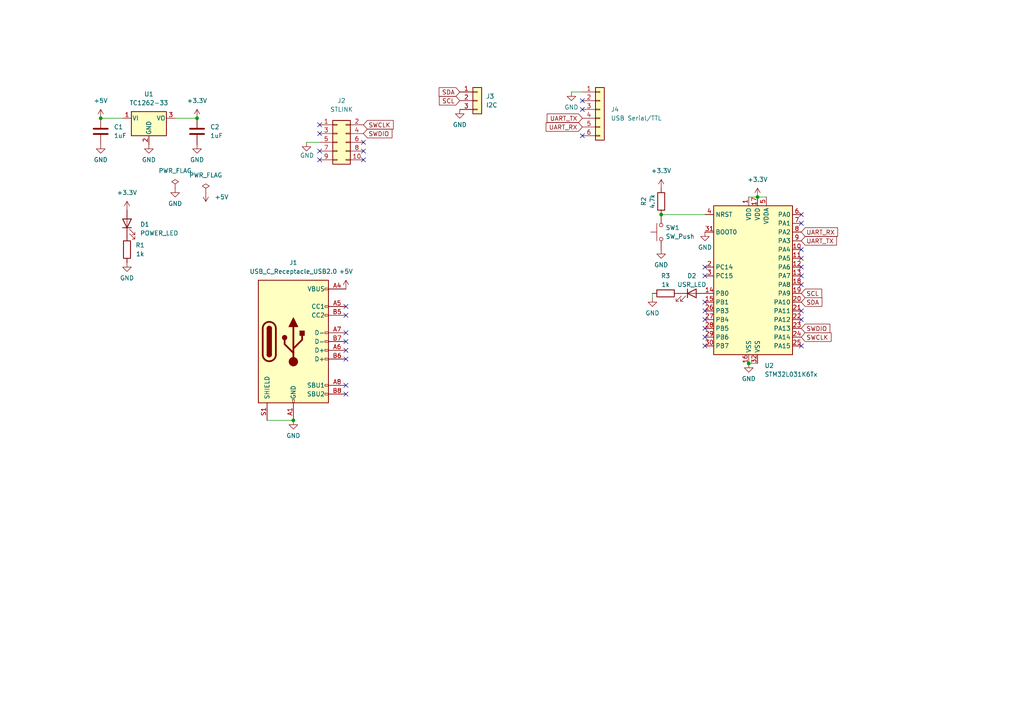
<source format=kicad_sch>
(kicad_sch (version 20211123) (generator eeschema)
  (paper "A4")
  (lib_symbols
    (symbol "Connector:USB_C_Receptacle_USB2.0" (pin_names (offset 1.016))
      (property "Reference" "J" (at -10.16 19.05 0))
      (property "Value" "USB_C_Receptacle_USB2.0" (at 19.05 19.05 0))
      (symbol "USB_C_Receptacle_USB2.0_0_0"
        (rectangle (start -0.254 -17.78) (end 0.254 -16.764))
        (rectangle (start 10.16 -14.986) (end 9.144 -15.494))
        (rectangle (start 10.16 -12.446) (end 9.144 -12.954))
        (rectangle (start 10.16 -4.826) (end 9.144 -5.334))
        (rectangle (start 10.16 -2.286) (end 9.144 -2.794))
        (rectangle (start 10.16 0.254) (end 9.144 -0.254))
        (rectangle (start 10.16 2.794) (end 9.144 2.286))
        (rectangle (start 10.16 7.874) (end 9.144 7.366))
        (rectangle (start 10.16 10.414) (end 9.144 9.906))
        (rectangle (start 10.16 15.494) (end 9.144 14.986))
      )
      (symbol "USB_C_Receptacle_USB2.0_0_1"
        (rectangle (start -10.16 17.78) (end 10.16 -17.78) (stroke (width 0.254)) (fill (type background)))
        (arc (start -8.89 -3.81) (mid -6.985 -5.715) (end -5.08 -3.81) (stroke (width 0.508)))
        (arc (start -7.62 -3.81) (mid -6.985 -4.445) (end -6.35 -3.81) (stroke (width 0.254)))
        (arc (start -7.62 -3.81) (mid -6.985 -4.445) (end -6.35 -3.81) (stroke (width 0.254)) (fill (type outline)))
        (rectangle (start -7.62 -3.81) (end -6.35 3.81) (stroke (width 0.254)) (fill (type outline)))
        (arc (start -6.35 3.81) (mid -6.985 4.445) (end -7.62 3.81) (stroke (width 0.254)))
        (arc (start -6.35 3.81) (mid -6.985 4.445) (end -7.62 3.81) (stroke (width 0.254)) (fill (type outline)))
        (arc (start -5.08 3.81) (mid -6.985 5.715) (end -8.89 3.81) (stroke (width 0.508)))
        (circle (center -2.54 1.143) (radius 0.635) (stroke (width 0.254)) (fill (type outline)))
        (circle (center 0 -5.842) (radius 1.27) (fill (type outline)))
        (polyline (pts (xy -8.89 -3.81) (xy -8.89 3.81)) (stroke (width 0.508)))
        (polyline (pts (xy -5.08 3.81) (xy -5.08 -3.81)) (stroke (width 0.508)))
        (polyline (pts (xy 0 -5.842) (xy 0 4.318)) (stroke (width 0.508)))
        (polyline (pts (xy 0 -3.302) (xy -2.54 -0.762) (xy -2.54 0.508)) (stroke (width 0.508)))
        (polyline (pts (xy 0 -2.032) (xy 2.54 0.508) (xy 2.54 1.778)) (stroke (width 0.508)))
        (polyline (pts (xy -1.27 4.318) (xy 0 6.858) (xy 1.27 4.318) (xy -1.27 4.318)) (stroke (width 0.254)) (fill (type outline)))
        (rectangle (start 1.905 1.778) (end 3.175 3.048) (stroke (width 0.254)) (fill (type outline)))
      )
      (symbol "USB_C_Receptacle_USB2.0_1_1"
        (pin passive line (at 0 -22.86 90) (length 5.08) (name "GND") (number "A1"))
        (pin passive line (at 0 -22.86 90) (length 5.08) hide (name "GND") (number "A12"))
        (pin passive line (at 15.24 15.24 180) (length 5.08) (name "VBUS") (number "A4"))
        (pin bidirectional line (at 15.24 10.16 180) (length 5.08) (name "CC1") (number "A5"))
        (pin bidirectional line (at 15.24 -2.54 180) (length 5.08) (name "D+") (number "A6"))
        (pin bidirectional line (at 15.24 2.54 180) (length 5.08) (name "D-") (number "A7"))
        (pin bidirectional line (at 15.24 -12.7 180) (length 5.08) (name "SBU1") (number "A8"))
        (pin passive line (at 15.24 15.24 180) (length 5.08) hide (name "VBUS") (number "A9"))
        (pin passive line (at 0 -22.86 90) (length 5.08) hide (name "GND") (number "B1"))
        (pin passive line (at 0 -22.86 90) (length 5.08) hide (name "GND") (number "B12"))
        (pin passive line (at 15.24 15.24 180) (length 5.08) hide (name "VBUS") (number "B4"))
        (pin bidirectional line (at 15.24 7.62 180) (length 5.08) (name "CC2") (number "B5"))
        (pin bidirectional line (at 15.24 -5.08 180) (length 5.08) (name "D+") (number "B6"))
        (pin bidirectional line (at 15.24 0 180) (length 5.08) (name "D-") (number "B7"))
        (pin bidirectional line (at 15.24 -15.24 180) (length 5.08) (name "SBU2") (number "B8"))
        (pin passive line (at 15.24 15.24 180) (length 5.08) hide (name "VBUS") (number "B9"))
        (pin passive line (at -7.62 -22.86 90) (length 5.08) (name "SHIELD") (number "S1"))
      )
    )
    (symbol "Connector_Generic:Conn_01x03" (pin_names (offset 1.016) hide)
      (property "Reference" "J" (at 0 5.08 0))
      (property "Value" "Conn_01x03" (at 0 -5.08 0))
      (symbol "Conn_01x03_1_1"
        (rectangle (start -1.27 -2.413) (end 0 -2.667) (stroke (width 0.1524)))
        (rectangle (start -1.27 0.127) (end 0 -0.127) (stroke (width 0.1524)))
        (rectangle (start -1.27 2.667) (end 0 2.413) (stroke (width 0.1524)))
        (rectangle (start -1.27 3.81) (end 1.27 -3.81) (stroke (width 0.254)) (fill (type background)))
        (pin passive line (at -5.08 2.54 0) (length 3.81) (name "Pin_1") (number "1"))
        (pin passive line (at -5.08 0 0) (length 3.81) (name "Pin_2") (number "2"))
        (pin passive line (at -5.08 -2.54 0) (length 3.81) (name "Pin_3") (number "3"))
      )
    )
    (symbol "Connector_Generic:Conn_01x06" (pin_names (offset 1.016) hide)
      (property "Reference" "J" (at 0 7.62 0))
      (property "Value" "Conn_01x06" (at 0 -10.16 0))
      (symbol "Conn_01x06_1_1"
        (rectangle (start -1.27 -7.493) (end 0 -7.747) (stroke (width 0.1524)))
        (rectangle (start -1.27 -4.953) (end 0 -5.207) (stroke (width 0.1524)))
        (rectangle (start -1.27 -2.413) (end 0 -2.667) (stroke (width 0.1524)))
        (rectangle (start -1.27 0.127) (end 0 -0.127) (stroke (width 0.1524)))
        (rectangle (start -1.27 2.667) (end 0 2.413) (stroke (width 0.1524)))
        (rectangle (start -1.27 5.207) (end 0 4.953) (stroke (width 0.1524)))
        (rectangle (start -1.27 6.35) (end 1.27 -8.89) (stroke (width 0.254)) (fill (type background)))
        (pin passive line (at -5.08 5.08 0) (length 3.81) (name "Pin_1") (number "1"))
        (pin passive line (at -5.08 2.54 0) (length 3.81) (name "Pin_2") (number "2"))
        (pin passive line (at -5.08 0 0) (length 3.81) (name "Pin_3") (number "3"))
        (pin passive line (at -5.08 -2.54 0) (length 3.81) (name "Pin_4") (number "4"))
        (pin passive line (at -5.08 -5.08 0) (length 3.81) (name "Pin_5") (number "5"))
        (pin passive line (at -5.08 -7.62 0) (length 3.81) (name "Pin_6") (number "6"))
      )
    )
    (symbol "Connector_Generic:Conn_02x05_Odd_Even" (pin_names (offset 1.016) hide)
      (property "Reference" "J" (at 1.27 7.62 0))
      (property "Value" "Conn_02x05_Odd_Even" (at 1.27 -7.62 0))
      (symbol "Conn_02x05_Odd_Even_1_1"
        (rectangle (start -1.27 -4.953) (end 0 -5.207) (stroke (width 0.1524)))
        (rectangle (start -1.27 -2.413) (end 0 -2.667) (stroke (width 0.1524)))
        (rectangle (start -1.27 0.127) (end 0 -0.127) (stroke (width 0.1524)))
        (rectangle (start -1.27 2.667) (end 0 2.413) (stroke (width 0.1524)))
        (rectangle (start -1.27 5.207) (end 0 4.953) (stroke (width 0.1524)))
        (rectangle (start -1.27 6.35) (end 3.81 -6.35) (stroke (width 0.254)) (fill (type background)))
        (rectangle (start 3.81 -4.953) (end 2.54 -5.207) (stroke (width 0.1524)))
        (rectangle (start 3.81 -2.413) (end 2.54 -2.667) (stroke (width 0.1524)))
        (rectangle (start 3.81 0.127) (end 2.54 -0.127) (stroke (width 0.1524)))
        (rectangle (start 3.81 2.667) (end 2.54 2.413) (stroke (width 0.1524)))
        (rectangle (start 3.81 5.207) (end 2.54 4.953) (stroke (width 0.1524)))
        (pin passive line (at -5.08 5.08 0) (length 3.81) (name "Pin_1") (number "1"))
        (pin passive line (at 7.62 -5.08 180) (length 3.81) (name "Pin_10") (number "10"))
        (pin passive line (at 7.62 5.08 180) (length 3.81) (name "Pin_2") (number "2"))
        (pin passive line (at -5.08 2.54 0) (length 3.81) (name "Pin_3") (number "3"))
        (pin passive line (at 7.62 2.54 180) (length 3.81) (name "Pin_4") (number "4"))
        (pin passive line (at -5.08 0 0) (length 3.81) (name "Pin_5") (number "5"))
        (pin passive line (at 7.62 0 180) (length 3.81) (name "Pin_6") (number "6"))
        (pin passive line (at -5.08 -2.54 0) (length 3.81) (name "Pin_7") (number "7"))
        (pin passive line (at 7.62 -2.54 180) (length 3.81) (name "Pin_8") (number "8"))
        (pin passive line (at -5.08 -5.08 0) (length 3.81) (name "Pin_9") (number "9"))
      )
    )
    (symbol "Device:C" (pin_numbers hide) (pin_names (offset 0.254))
      (property "Reference" "C" (at 0.635 2.54 0))
      (property "Value" "C" (at 0.635 -2.54 0))
      (symbol "C_0_1"
        (polyline (pts (xy -2.032 -0.762) (xy 2.032 -0.762)) (stroke (width 0.508)))
        (polyline (pts (xy -2.032 0.762) (xy 2.032 0.762)) (stroke (width 0.508)))
      )
      (symbol "C_1_1"
        (pin passive line (at 0 3.81 270) (length 2.794) (name "~") (number "1"))
        (pin passive line (at 0 -3.81 90) (length 2.794) (name "~") (number "2"))
      )
    )
    (symbol "Device:LED" (pin_numbers hide) (pin_names (offset 1.016) hide)
      (property "Reference" "D" (at 0 2.54 0))
      (property "Value" "LED" (at 0 -2.54 0))
      (symbol "LED_0_1"
        (polyline (pts (xy -1.27 -1.27) (xy -1.27 1.27)) (stroke (width 0.254)))
        (polyline (pts (xy -1.27 0) (xy 1.27 0)))
        (polyline (pts (xy 1.27 -1.27) (xy 1.27 1.27) (xy -1.27 0) (xy 1.27 -1.27)) (stroke (width 0.254)))
        (polyline (pts (xy -3.048 -0.762) (xy -4.572 -2.286) (xy -3.81 -2.286) (xy -4.572 -2.286) (xy -4.572 -1.524)))
        (polyline (pts (xy -1.778 -0.762) (xy -3.302 -2.286) (xy -2.54 -2.286) (xy -3.302 -2.286) (xy -3.302 -1.524)))
      )
      (symbol "LED_1_1"
        (pin passive line (at -3.81 0 0) (length 2.54) (name "K") (number "1"))
        (pin passive line (at 3.81 0 180) (length 2.54) (name "A") (number "2"))
      )
    )
    (symbol "Device:R" (pin_numbers hide) (pin_names (offset 0))
      (property "Reference" "R" (at 2.032 0 90))
      (property "Value" "R" (at 0 0 90))
      (symbol "R_0_1"
        (rectangle (start -1.016 -2.54) (end 1.016 2.54) (stroke (width 0.254)))
      )
      (symbol "R_1_1"
        (pin passive line (at 0 3.81 270) (length 1.27) (name "~") (number "1"))
        (pin passive line (at 0 -3.81 90) (length 1.27) (name "~") (number "2"))
      )
    )
    (symbol "MCU_ST_STM32L0:STM32L031K6Tx"
      (property "Reference" "U" (at -12.7 21.59 0))
      (property "Value" "STM32L031K6Tx" (at 5.08 21.59 0))
      (symbol "STM32L031K6Tx_0_1"
        (rectangle (start -12.7 -22.86) (end 10.16 20.32) (stroke (width 0.254)) (fill (type background)))
      )
      (symbol "STM32L031K6Tx_1_1"
        (pin power_in line (at -2.54 22.86 270) (length 2.54) (name "VDD") (number "1"))
        (pin bidirectional line (at 12.7 7.62 180) (length 2.54) (name "PA4") (number "10"))
        (pin bidirectional line (at 12.7 5.08 180) (length 2.54) (name "PA5") (number "11"))
        (pin bidirectional line (at 12.7 2.54 180) (length 2.54) (name "PA6") (number "12"))
        (pin bidirectional line (at 12.7 0 180) (length 2.54) (name "PA7") (number "13"))
        (pin bidirectional line (at -15.24 -5.08 0) (length 2.54) (name "PB0") (number "14"))
        (pin bidirectional line (at -15.24 -7.62 0) (length 2.54) (name "PB1") (number "15"))
        (pin power_in line (at -2.54 -25.4 90) (length 2.54) (name "VSS") (number "16"))
        (pin power_in line (at 0 22.86 270) (length 2.54) (name "VDD") (number "17"))
        (pin bidirectional line (at 12.7 -2.54 180) (length 2.54) (name "PA8") (number "18"))
        (pin bidirectional line (at 12.7 -5.08 180) (length 2.54) (name "PA9") (number "19"))
        (pin bidirectional line (at -15.24 2.54 0) (length 2.54) (name "PC14") (number "2"))
        (pin bidirectional line (at 12.7 -7.62 180) (length 2.54) (name "PA10") (number "20"))
        (pin bidirectional line (at 12.7 -10.16 180) (length 2.54) (name "PA11") (number "21"))
        (pin bidirectional line (at 12.7 -12.7 180) (length 2.54) (name "PA12") (number "22"))
        (pin bidirectional line (at 12.7 -15.24 180) (length 2.54) (name "PA13") (number "23"))
        (pin bidirectional line (at 12.7 -17.78 180) (length 2.54) (name "PA14") (number "24"))
        (pin bidirectional line (at 12.7 -20.32 180) (length 2.54) (name "PA15") (number "25"))
        (pin bidirectional line (at -15.24 -10.16 0) (length 2.54) (name "PB3") (number "26"))
        (pin bidirectional line (at -15.24 -12.7 0) (length 2.54) (name "PB4") (number "27"))
        (pin bidirectional line (at -15.24 -15.24 0) (length 2.54) (name "PB5") (number "28"))
        (pin bidirectional line (at -15.24 -17.78 0) (length 2.54) (name "PB6") (number "29"))
        (pin bidirectional line (at -15.24 0 0) (length 2.54) (name "PC15") (number "3"))
        (pin bidirectional line (at -15.24 -20.32 0) (length 2.54) (name "PB7") (number "30"))
        (pin input line (at -15.24 12.7 0) (length 2.54) (name "BOOT0") (number "31"))
        (pin power_in line (at 0 -25.4 90) (length 2.54) (name "VSS") (number "32"))
        (pin input line (at -15.24 17.78 0) (length 2.54) (name "NRST") (number "4"))
        (pin power_in line (at 2.54 22.86 270) (length 2.54) (name "VDDA") (number "5"))
        (pin bidirectional line (at 12.7 17.78 180) (length 2.54) (name "PA0") (number "6"))
        (pin bidirectional line (at 12.7 15.24 180) (length 2.54) (name "PA1") (number "7"))
        (pin bidirectional line (at 12.7 12.7 180) (length 2.54) (name "PA2") (number "8"))
        (pin bidirectional line (at 12.7 10.16 180) (length 2.54) (name "PA3") (number "9"))
      )
    )
    (symbol "Regulator_Linear:TC1262-33" (pin_names (offset 0.254))
      (property "Reference" "U" (at -3.81 3.175 0))
      (property "Value" "TC1262-33" (at 0 3.175 0))
      (symbol "TC1262-33_1_1"
        (rectangle (start -5.08 1.905) (end 5.08 -5.08) (stroke (width 0.254)) (fill (type background)))
        (pin power_in line (at -7.62 0 0) (length 2.54) (name "VI") (number "1"))
        (pin power_in line (at 0 -7.62 90) (length 2.54) (name "GND") (number "2"))
        (pin power_out line (at 7.62 0 180) (length 2.54) (name "VO") (number "3"))
      )
    )
    (symbol "Switch:SW_Push" (pin_numbers hide) (pin_names (offset 1.016) hide)
      (property "Reference" "SW" (at 1.27 2.54 0))
      (property "Value" "SW_Push" (at 0 -1.524 0))
      (symbol "SW_Push_0_1"
        (circle (center -2.032 0) (radius 0.508))
        (polyline (pts (xy 0 1.27) (xy 0 3.048)))
        (polyline (pts (xy 2.54 1.27) (xy -2.54 1.27)))
        (circle (center 2.032 0) (radius 0.508))
        (pin passive line (at -5.08 0 0) (length 2.54) (name "1") (number "1"))
        (pin passive line (at 5.08 0 180) (length 2.54) (name "2") (number "2"))
      )
    )
    (symbol "power:+3.3V" (power) (pin_names (offset 0))
      (property "Value" "+3.3V" (at 0 3.556 0))
      (symbol "+3.3V_0_1"
        (polyline (pts (xy -0.762 1.27) (xy 0 2.54)))
        (polyline (pts (xy 0 0) (xy 0 2.54)))
        (polyline (pts (xy 0 2.54) (xy 0.762 1.27)))
      )
      (symbol "+3.3V_1_1"
        (pin power_in line (at 0 0 90) (length 0) hide (name "+3.3V") (number "1"))
      )
    )
    (symbol "power:+5V" (power) (pin_names (offset 0))
      (property "Value" "+5V" (at 0 3.556 0))
      (symbol "+5V_0_1"
        (polyline (pts (xy -0.762 1.27) (xy 0 2.54)))
        (polyline (pts (xy 0 0) (xy 0 2.54)))
        (polyline (pts (xy 0 2.54) (xy 0.762 1.27)))
      )
      (symbol "+5V_1_1"
        (pin power_in line (at 0 0 90) (length 0) hide (name "+5V") (number "1"))
      )
    )
    (symbol "power:GND" (power) (pin_names (offset 0))
      (property "Value" "GND" (at 0 -3.81 0))
      (symbol "GND_0_1"
        (polyline (pts (xy 0 0) (xy 0 -1.27) (xy 1.27 -1.27) (xy 0 -2.54) (xy -1.27 -1.27) (xy 0 -1.27)))
      )
      (symbol "GND_1_1"
        (pin power_in line (at 0 0 270) (length 0) hide (name "GND") (number "1"))
      )
    )
    (symbol "power:PWR_FLAG" (power) (pin_numbers hide) (pin_names (offset 0) hide)
      (property "Value" "PWR_FLAG" (at 0 3.81 0))
      (symbol "PWR_FLAG_0_0"
        (pin power_out line (at 0 0 90) (length 0) (name "pwr") (number "1"))
      )
      (symbol "PWR_FLAG_0_1"
        (polyline (pts (xy 0 0) (xy 0 1.27) (xy -1.016 1.905) (xy 0 2.54) (xy 1.016 1.905) (xy 0 1.27)))
      )
    )
  )
  (junction (at 219.71 57.15))
  (junction (at 29.21 34.29))
  (junction (at 85.09 121.92))
  (junction (at 191.77 62.23))
  (junction (at 217.17 105.41))
  (junction (at 57.15 34.29))
  (no_connect (at 204.47 77.47))
  (no_connect (at 204.47 80.01))
  (no_connect (at 204.47 87.63))
  (no_connect (at 204.47 90.17))
  (no_connect (at 232.41 100.33))
  (no_connect (at 204.47 92.71))
  (no_connect (at 204.47 95.25))
  (no_connect (at 204.47 97.79))
  (no_connect (at 204.47 100.33))
  (no_connect (at 232.41 62.23))
  (no_connect (at 232.41 64.77))
  (no_connect (at 232.41 72.39))
  (no_connect (at 232.41 74.93))
  (no_connect (at 232.41 92.71))
  (no_connect (at 232.41 77.47))
  (no_connect (at 232.41 80.01))
  (no_connect (at 232.41 82.55))
  (no_connect (at 232.41 90.17))
  (no_connect (at 92.71 43.815))
  (no_connect (at 92.71 38.735))
  (no_connect (at 92.71 46.355))
  (no_connect (at 92.71 36.195))
  (no_connect (at 105.41 43.815))
  (no_connect (at 105.41 46.355))
  (no_connect (at 105.41 41.275))
  (no_connect (at 168.91 29.21))
  (no_connect (at 168.91 31.75))
  (no_connect (at 168.91 39.37))
  (no_connect (at 100.33 88.9))
  (no_connect (at 100.33 91.44))
  (no_connect (at 100.33 96.52))
  (no_connect (at 100.33 99.06))
  (no_connect (at 100.33 101.6))
  (no_connect (at 100.33 104.14))
  (no_connect (at 100.33 111.76))
  (no_connect (at 100.33 114.3))
  (wire (pts (xy 219.71 57.15) (xy 222.25 57.15)))
  (wire (pts (xy 217.17 105.41) (xy 219.71 105.41)))
  (wire (pts (xy 77.47 121.92) (xy 85.09 121.92)))
  (wire (pts (xy 165.735 26.67) (xy 168.91 26.67)))
  (wire (pts (xy 50.8 34.29) (xy 57.15 34.29)))
  (wire (pts (xy 191.77 62.23) (xy 204.47 62.23)))
  (wire (pts (xy 88.9 41.275) (xy 92.71 41.275)))
  (wire (pts (xy 189.23 85.09) (xy 189.23 86.36)))
  (wire (pts (xy 29.21 34.29) (xy 35.56 34.29)))
  (wire (pts (xy 217.17 57.15) (xy 219.71 57.15)))
  (global_label "SDA" (shape input) (at 232.41 87.63 0) (property "Intersheet References" "${INTERSHEET_REFS}" (effects hide)))
  (global_label "UART_TX" (shape input) (at 168.91 34.29 180) (property "Intersheet References" "${INTERSHEET_REFS}" (effects hide)))
  (global_label "SWCLK" (shape input) (at 105.41 36.195 0) (property "Intersheet References" "${INTERSHEET_REFS}" (effects hide)))
  (global_label "SCL" (shape input) (at 133.35 29.21 180) (property "Intersheet References" "${INTERSHEET_REFS}" (effects hide)))
  (global_label "SCL" (shape input) (at 232.41 85.09 0) (property "Intersheet References" "${INTERSHEET_REFS}" (effects hide)))
  (global_label "UART_RX" (shape input) (at 168.91 36.83 180) (property "Intersheet References" "${INTERSHEET_REFS}" (effects hide)))
  (global_label "SWDIO" (shape input) (at 232.41 95.25 0) (property "Intersheet References" "${INTERSHEET_REFS}" (effects hide)))
  (global_label "SWDIO" (shape input) (at 105.41 38.735 0) (property "Intersheet References" "${INTERSHEET_REFS}" (effects hide)))
  (global_label "UART_RX" (shape input) (at 232.41 67.31 0) (property "Intersheet References" "${INTERSHEET_REFS}" (effects hide)))
  (global_label "UART_TX" (shape input) (at 232.41 69.85 0) (property "Intersheet References" "${INTERSHEET_REFS}" (effects hide)))
  (global_label "SWCLK" (shape input) (at 232.41 97.79 0) (property "Intersheet References" "${INTERSHEET_REFS}" (effects hide)))
  (global_label "SDA" (shape input) (at 133.35 26.67 180) (property "Intersheet References" "${INTERSHEET_REFS}" (effects hide)))
  (symbol (lib_id "power:GND") (at 133.35 31.75 0) (unit 1)
    (property "Reference" "#PWR011" (effects hide))
    (property "Value" "GND" (at 133.35 36.195 0))
  )
  (symbol (lib_id "Device:LED") (at 200.66 85.09 0) (unit 1)
    (property "Reference" "D2" (at 200.66 80.01 0))
    (property "Value" "USR_LED" (at 200.66 82.55 0))
  )
  (symbol (lib_id "MCU_ST_STM32L0:STM32L031K6Tx") (at 219.71 80.01 0) (unit 1)
    (property "Reference" "U2" (at 221.7294 106.045 0) (effects (justify left)))
    (property "Value" "STM32L031K6Tx" (at 221.7294 108.585 0) (effects (justify left)))
    (property "Footprint" "Package_QFP:LQFP-32_7x7mm_P0.8mm" (effects hide))
    (property "Datasheet" "http://www.st.com/st-web-ui/static/active/en/resource/technical/document/datasheet/DM00140359.pdf" (effects hide))
  )
  (symbol (lib_id "power:PWR_FLAG") (at 50.8 54.61 0) (unit 1)
    (property "Reference" "#FLG0101" (effects hide))
    (property "Value" "PWR_FLAG" (at 50.8 49.53 0))
  )
  (symbol (lib_id "Switch:SW_Push") (at 191.77 67.31 90) (unit 1)
    (property "Reference" "SW1" (at 193.04 66.04 90) (effects (justify right)))
    (property "Value" "SW_Push" (at 193.04 68.58 90) (effects (justify right)))
  )
  (symbol (lib_id "power:GND") (at 217.17 105.41 0) (unit 1)
    (property "Reference" "#PWR017" (effects hide))
    (property "Value" "GND" (at 217.17 109.855 0))
  )
  (symbol (lib_id "power:GND") (at 191.77 72.39 0) (unit 1)
    (property "Reference" "#PWR015" (effects hide))
    (property "Value" "GND" (at 191.77 76.835 0))
  )
  (symbol (lib_id "Device:R") (at 36.83 72.39 180) (unit 1)
    (property "Reference" "R1" (at 40.64 71.12 0))
    (property "Value" "1k" (at 40.64 73.66 0))
  )
  (symbol (lib_id "Regulator_Linear:TC1262-33") (at 43.18 34.29 0) (unit 1)
    (property "Reference" "U1" (at 43.18 27.305 0))
    (property "Value" "TC1262-33" (at 43.18 29.845 0))
    (property "Datasheet" "http://ww1.microchip.com/downloads/en/DeviceDoc/21373C.pdf" (effects hide))
  )
  (symbol (lib_id "Device:LED") (at 36.83 64.77 90) (unit 1)
    (property "Reference" "D1" (at 40.64 65.0874 90) (effects (justify right)))
    (property "Value" "POWER_LED" (at 40.64 67.6274 90) (effects (justify right)))
  )
  (symbol (lib_id "power:PWR_FLAG") (at 59.69 55.88 0) (unit 1)
    (property "Reference" "#FLG0102" (effects hide))
    (property "Value" "PWR_FLAG" (at 59.69 50.8 0))
  )
  (symbol (lib_id "power:GND") (at 85.09 121.92 0) (unit 1)
    (property "Reference" "#PWR08" (effects hide))
    (property "Value" "GND" (at 85.09 126.365 0))
  )
  (symbol (lib_id "power:GND") (at 36.83 76.2 0) (unit 1)
    (property "Reference" "#PWR04" (effects hide))
    (property "Value" "GND" (at 36.83 80.645 0))
  )
  (symbol (lib_id "power:+5V") (at 29.21 34.29 0) (unit 1)
    (property "Reference" "#PWR01" (effects hide))
    (property "Value" "+5V" (at 29.21 29.21 0))
  )
  (symbol (lib_id "power:GND") (at 165.735 26.67 0) (unit 1)
    (property "Reference" "#PWR012" (effects hide))
    (property "Value" "GND" (at 165.735 31.115 0))
  )
  (symbol (lib_id "Connector_Generic:Conn_02x05_Odd_Even") (at 97.79 41.275 0) (unit 1)
    (property "Reference" "J2" (at 99.06 29.21 0))
    (property "Value" "STLINK" (at 99.06 31.75 0))
  )
  (symbol (lib_id "power:GND") (at 189.23 86.36 0) (unit 1)
    (property "Reference" "#PWR013" (effects hide))
    (property "Value" "GND" (at 189.23 90.805 0))
  )
  (symbol (lib_id "power:+3.3V") (at 57.15 34.29 0) (unit 1)
    (property "Reference" "#PWR06" (effects hide))
    (property "Value" "+3.3V" (at 57.15 29.21 0))
  )
  (symbol (lib_id "Device:R") (at 193.04 85.09 270) (unit 1)
    (property "Reference" "R3" (at 193.04 80.01 90))
    (property "Value" "1k" (at 193.04 82.55 90))
  )
  (symbol (lib_id "Connector_Generic:Conn_01x03") (at 138.43 29.21 0) (unit 1)
    (property "Reference" "J3" (at 140.97 27.9399 0) (effects (justify left)))
    (property "Value" "I2C" (at 140.97 30.4799 0) (effects (justify left)))
  )
  (symbol (lib_id "power:+3.3V") (at 219.71 57.15 0) (unit 1)
    (property "Reference" "#PWR018" (effects hide))
    (property "Value" "+3.3V" (at 219.71 52.07 0))
  )
  (symbol (lib_id "power:GND") (at 50.8 54.61 0) (unit 1)
    (property "Reference" "#PWR0101" (effects hide))
    (property "Value" "GND" (at 50.8 59.055 0))
  )
  (symbol (lib_id "Device:C") (at 29.21 38.1 0) (unit 1)
    (property "Reference" "C1" (at 33.02 36.8299 0) (effects (justify left)))
    (property "Value" "1uF" (at 33.02 39.3699 0) (effects (justify left)))
  )
  (symbol (lib_id "power:+5V") (at 59.69 55.88 180) (unit 1)
    (property "Reference" "#PWR0102" (effects hide))
    (property "Value" "+5V" (at 62.23 57.1499 0) (effects (justify right)))
  )
  (symbol (lib_id "power:+5V") (at 100.33 83.82 0) (unit 1)
    (property "Reference" "#PWR010" (effects hide))
    (property "Value" "+5V" (at 100.33 78.74 0))
  )
  (symbol (lib_id "power:GND") (at 204.47 67.31 0) (unit 1)
    (property "Reference" "#PWR016" (effects hide))
    (property "Value" "GND" (at 204.47 71.755 0))
  )
  (symbol (lib_id "Connector_Generic:Conn_01x06") (at 173.99 31.75 0) (unit 1)
    (property "Reference" "J4" (at 177.165 31.7499 0) (effects (justify left)))
    (property "Value" "USB Serial/TTL" (at 177.165 34.2899 0) (effects (justify left)))
  )
  (symbol (lib_id "Device:C") (at 57.15 38.1 0) (unit 1)
    (property "Reference" "C2" (at 60.96 36.8299 0) (effects (justify left)))
    (property "Value" "1uF" (at 60.96 39.3699 0) (effects (justify left)))
  )
  (symbol (lib_id "Connector:USB_C_Receptacle_USB2.0") (at 85.09 99.06 0) (unit 1)
    (property "Reference" "J1" (at 85.09 76.2 0))
    (property "Value" "USB_C_Receptacle_USB2.0" (at 85.09 78.74 0))
    (property "Datasheet" "https://www.usb.org/sites/default/files/documents/usb_type-c.zip" (effects hide))
  )
  (symbol (lib_id "power:GND") (at 43.18 41.91 0) (unit 1)
    (property "Reference" "#PWR05" (effects hide))
    (property "Value" "GND" (at 43.18 46.355 0))
  )
  (symbol (lib_id "power:+3.3V") (at 36.83 60.96 0) (unit 1)
    (property "Reference" "#PWR03" (effects hide))
    (property "Value" "+3.3V" (at 36.83 55.88 0))
  )
  (symbol (lib_id "power:GND") (at 57.15 41.91 0) (unit 1)
    (property "Reference" "#PWR07" (effects hide))
    (property "Value" "GND" (at 57.15 46.355 0))
  )
  (symbol (lib_id "power:GND") (at 88.9 41.275 0) (unit 1)
    (property "Reference" "#PWR09" (effects hide))
    (property "Value" "GND" (at 86.995 45.085 0) (effects (justify left)))
  )
  (symbol (lib_id "Device:R") (at 191.77 58.42 0) (unit 1)
    (property "Reference" "R2" (at 186.69 58.42 90))
    (property "Value" "4.7k" (at 189.23 58.42 90))
  )
  (symbol (lib_id "power:+3.3V") (at 191.77 54.61 0) (unit 1)
    (property "Reference" "#PWR014" (effects hide))
    (property "Value" "+3.3V" (at 191.77 49.53 0))
  )
  (symbol (lib_id "power:GND") (at 29.21 41.91 0) (unit 1)
    (property "Reference" "#PWR02" (effects hide))
    (property "Value" "GND" (at 29.21 46.355 0))
  )
)
</source>
